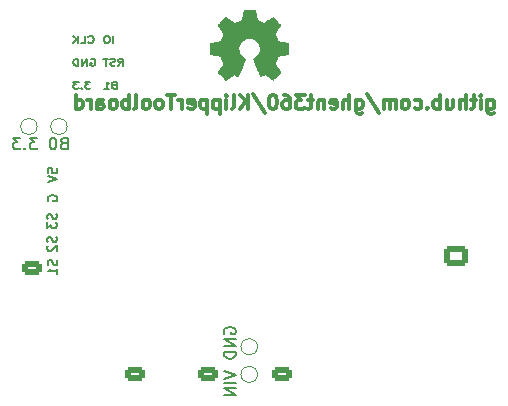
<source format=gbo>
G04 #@! TF.GenerationSoftware,KiCad,Pcbnew,5.99.0-unknown-e8102d85dc~128~ubuntu20.04.1*
G04 #@! TF.CreationDate,2021-05-23T19:45:16-07:00*
G04 #@! TF.ProjectId,Huvud,48757675-642e-46b6-9963-61645f706362,rev?*
G04 #@! TF.SameCoordinates,PXad91980PY876bf80*
G04 #@! TF.FileFunction,Legend,Bot*
G04 #@! TF.FilePolarity,Positive*
%FSLAX46Y46*%
G04 Gerber Fmt 4.6, Leading zero omitted, Abs format (unit mm)*
G04 Created by KiCad (PCBNEW 5.99.0-unknown-e8102d85dc~128~ubuntu20.04.1) date 2021-05-23 19:45:16*
%MOMM*%
%LPD*%
G01*
G04 APERTURE LIST*
G04 Aperture macros list*
%AMRoundRect*
0 Rectangle with rounded corners*
0 $1 Rounding radius*
0 $2 $3 $4 $5 $6 $7 $8 $9 X,Y pos of 4 corners*
0 Add a 4 corners polygon primitive as box body*
4,1,4,$2,$3,$4,$5,$6,$7,$8,$9,$2,$3,0*
0 Add four circle primitives for the rounded corners*
1,1,$1+$1,$2,$3*
1,1,$1+$1,$4,$5*
1,1,$1+$1,$6,$7*
1,1,$1+$1,$8,$9*
0 Add four rect primitives between the rounded corners*
20,1,$1+$1,$2,$3,$4,$5,0*
20,1,$1+$1,$4,$5,$6,$7,0*
20,1,$1+$1,$6,$7,$8,$9,0*
20,1,$1+$1,$8,$9,$2,$3,0*%
G04 Aperture macros list end*
%ADD10C,0.130000*%
%ADD11C,0.150000*%
%ADD12C,0.300000*%
%ADD13C,0.200000*%
%ADD14C,0.120000*%
%ADD15C,0.010000*%
%ADD16C,0.100000*%
%ADD17RoundRect,0.250000X0.625000X-0.350000X0.625000X0.350000X-0.625000X0.350000X-0.625000X-0.350000X0*%
%ADD18O,1.750000X1.200000*%
%ADD19C,0.800000*%
%ADD20C,6.400000*%
%ADD21C,0.500000*%
%ADD22R,1.700000X1.700000*%
%ADD23O,1.700000X1.700000*%
%ADD24R,2.100000X2.100000*%
%ADD25C,2.100000*%
%ADD26RoundRect,0.250000X0.725000X-0.600000X0.725000X0.600000X-0.725000X0.600000X-0.725000X-0.600000X0*%
%ADD27O,1.950000X1.700000*%
%ADD28C,1.000000*%
G04 APERTURE END LIST*
D10*
X6884500Y30617715D02*
X6917833Y30589143D01*
X7017833Y30560572D01*
X7084500Y30560572D01*
X7184500Y30589143D01*
X7251166Y30646286D01*
X7284500Y30703429D01*
X7317833Y30817715D01*
X7317833Y30903429D01*
X7284500Y31017715D01*
X7251166Y31074858D01*
X7184500Y31132000D01*
X7084500Y31160572D01*
X7017833Y31160572D01*
X6917833Y31132000D01*
X6884500Y31103429D01*
X6251166Y30560572D02*
X6584500Y30560572D01*
X6584500Y31160572D01*
X6017833Y30560572D02*
X6017833Y31160572D01*
X5617833Y30560572D02*
X5917833Y30903429D01*
X5617833Y31160572D02*
X6017833Y30817715D01*
X7084500Y29200000D02*
X7151166Y29228572D01*
X7251166Y29228572D01*
X7351166Y29200000D01*
X7417833Y29142858D01*
X7451166Y29085715D01*
X7484500Y28971429D01*
X7484500Y28885715D01*
X7451166Y28771429D01*
X7417833Y28714286D01*
X7351166Y28657143D01*
X7251166Y28628572D01*
X7184500Y28628572D01*
X7084500Y28657143D01*
X7051166Y28685715D01*
X7051166Y28885715D01*
X7184500Y28885715D01*
X6751166Y28628572D02*
X6751166Y29228572D01*
X6351166Y28628572D01*
X6351166Y29228572D01*
X6017833Y28628572D02*
X6017833Y29228572D01*
X5851166Y29228572D01*
X5751166Y29200000D01*
X5684500Y29142858D01*
X5651166Y29085715D01*
X5617833Y28971429D01*
X5617833Y28885715D01*
X5651166Y28771429D01*
X5684500Y28714286D01*
X5751166Y28657143D01*
X5851166Y28628572D01*
X6017833Y28628572D01*
X7051166Y27296572D02*
X6617833Y27296572D01*
X6851166Y27068000D01*
X6751166Y27068000D01*
X6684500Y27039429D01*
X6651166Y27010858D01*
X6617833Y26953715D01*
X6617833Y26810858D01*
X6651166Y26753715D01*
X6684500Y26725143D01*
X6751166Y26696572D01*
X6951166Y26696572D01*
X7017833Y26725143D01*
X7051166Y26753715D01*
X6317833Y26753715D02*
X6284500Y26725143D01*
X6317833Y26696572D01*
X6351166Y26725143D01*
X6317833Y26753715D01*
X6317833Y26696572D01*
X6051166Y27296572D02*
X5617833Y27296572D01*
X5851166Y27068000D01*
X5751166Y27068000D01*
X5684500Y27039429D01*
X5651166Y27010858D01*
X5617833Y26953715D01*
X5617833Y26810858D01*
X5651166Y26753715D01*
X5684500Y26725143D01*
X5751166Y26696572D01*
X5951166Y26696572D01*
X6017833Y26725143D01*
X6051166Y26753715D01*
X8984500Y30560572D02*
X8984500Y31160572D01*
X8517833Y31160572D02*
X8384500Y31160572D01*
X8317833Y31132000D01*
X8251166Y31074858D01*
X8217833Y30960572D01*
X8217833Y30760572D01*
X8251166Y30646286D01*
X8317833Y30589143D01*
X8384500Y30560572D01*
X8517833Y30560572D01*
X8584500Y30589143D01*
X8651166Y30646286D01*
X8684500Y30760572D01*
X8684500Y30960572D01*
X8651166Y31074858D01*
X8584500Y31132000D01*
X8517833Y31160572D01*
X9417833Y28628572D02*
X9651166Y28914286D01*
X9817833Y28628572D02*
X9817833Y29228572D01*
X9551166Y29228572D01*
X9484500Y29200000D01*
X9451166Y29171429D01*
X9417833Y29114286D01*
X9417833Y29028572D01*
X9451166Y28971429D01*
X9484500Y28942858D01*
X9551166Y28914286D01*
X9817833Y28914286D01*
X9151166Y28657143D02*
X9051166Y28628572D01*
X8884500Y28628572D01*
X8817833Y28657143D01*
X8784500Y28685715D01*
X8751166Y28742858D01*
X8751166Y28800000D01*
X8784500Y28857143D01*
X8817833Y28885715D01*
X8884500Y28914286D01*
X9017833Y28942858D01*
X9084500Y28971429D01*
X9117833Y29000000D01*
X9151166Y29057143D01*
X9151166Y29114286D01*
X9117833Y29171429D01*
X9084500Y29200000D01*
X9017833Y29228572D01*
X8851166Y29228572D01*
X8751166Y29200000D01*
X8551166Y29228572D02*
X8151166Y29228572D01*
X8351166Y28628572D02*
X8351166Y29228572D01*
X9051166Y27010858D02*
X8951166Y26982286D01*
X8917833Y26953715D01*
X8884500Y26896572D01*
X8884500Y26810858D01*
X8917833Y26753715D01*
X8951166Y26725143D01*
X9017833Y26696572D01*
X9284500Y26696572D01*
X9284500Y27296572D01*
X9051166Y27296572D01*
X8984500Y27268000D01*
X8951166Y27239429D01*
X8917833Y27182286D01*
X8917833Y27125143D01*
X8951166Y27068000D01*
X8984500Y27039429D01*
X9051166Y27010858D01*
X9284500Y27010858D01*
X8217833Y26696572D02*
X8617833Y26696572D01*
X8417833Y26696572D02*
X8417833Y27296572D01*
X8484500Y27210858D01*
X8551166Y27153715D01*
X8617833Y27125143D01*
D11*
X3461904Y19552381D02*
X3461904Y19933334D01*
X3842857Y19971429D01*
X3804761Y19933334D01*
X3766666Y19857143D01*
X3766666Y19666667D01*
X3804761Y19590477D01*
X3842857Y19552381D01*
X3919047Y19514286D01*
X4109523Y19514286D01*
X4185714Y19552381D01*
X4223809Y19590477D01*
X4261904Y19666667D01*
X4261904Y19857143D01*
X4223809Y19933334D01*
X4185714Y19971429D01*
X3461904Y19285715D02*
X4261904Y19019048D01*
X3461904Y18752381D01*
X2547619Y22547620D02*
X1928571Y22547620D01*
X2261904Y22166667D01*
X2119047Y22166667D01*
X2023809Y22119048D01*
X1976190Y22071429D01*
X1928571Y21976191D01*
X1928571Y21738096D01*
X1976190Y21642858D01*
X2023809Y21595239D01*
X2119047Y21547620D01*
X2404761Y21547620D01*
X2500000Y21595239D01*
X2547619Y21642858D01*
X1500000Y21642858D02*
X1452380Y21595239D01*
X1500000Y21547620D01*
X1547619Y21595239D01*
X1500000Y21642858D01*
X1500000Y21547620D01*
X1119047Y22547620D02*
X500000Y22547620D01*
X833333Y22166667D01*
X690476Y22166667D01*
X595238Y22119048D01*
X547619Y22071429D01*
X500000Y21976191D01*
X500000Y21738096D01*
X547619Y21642858D01*
X595238Y21595239D01*
X690476Y21547620D01*
X976190Y21547620D01*
X1071428Y21595239D01*
X1119047Y21642858D01*
X4173809Y14159524D02*
X4211904Y14045239D01*
X4211904Y13854762D01*
X4173809Y13778572D01*
X4135714Y13740477D01*
X4059523Y13702381D01*
X3983333Y13702381D01*
X3907142Y13740477D01*
X3869047Y13778572D01*
X3830952Y13854762D01*
X3792857Y14007143D01*
X3754761Y14083334D01*
X3716666Y14121429D01*
X3640476Y14159524D01*
X3564285Y14159524D01*
X3488095Y14121429D01*
X3450000Y14083334D01*
X3411904Y14007143D01*
X3411904Y13816667D01*
X3450000Y13702381D01*
X3488095Y13397620D02*
X3450000Y13359524D01*
X3411904Y13283334D01*
X3411904Y13092858D01*
X3450000Y13016667D01*
X3488095Y12978572D01*
X3564285Y12940477D01*
X3640476Y12940477D01*
X3754761Y12978572D01*
X4211904Y13435715D01*
X4211904Y12940477D01*
X4223809Y12209524D02*
X4261904Y12095239D01*
X4261904Y11904762D01*
X4223809Y11828572D01*
X4185714Y11790477D01*
X4109523Y11752381D01*
X4033333Y11752381D01*
X3957142Y11790477D01*
X3919047Y11828572D01*
X3880952Y11904762D01*
X3842857Y12057143D01*
X3804761Y12133334D01*
X3766666Y12171429D01*
X3690476Y12209524D01*
X3614285Y12209524D01*
X3538095Y12171429D01*
X3500000Y12133334D01*
X3461904Y12057143D01*
X3461904Y11866667D01*
X3500000Y11752381D01*
X4261904Y10990477D02*
X4261904Y11447620D01*
X4261904Y11219048D02*
X3461904Y11219048D01*
X3576190Y11295239D01*
X3652380Y11371429D01*
X3690476Y11447620D01*
X4173809Y16109524D02*
X4211904Y15995239D01*
X4211904Y15804762D01*
X4173809Y15728572D01*
X4135714Y15690477D01*
X4059523Y15652381D01*
X3983333Y15652381D01*
X3907142Y15690477D01*
X3869047Y15728572D01*
X3830952Y15804762D01*
X3792857Y15957143D01*
X3754761Y16033334D01*
X3716666Y16071429D01*
X3640476Y16109524D01*
X3564285Y16109524D01*
X3488095Y16071429D01*
X3450000Y16033334D01*
X3411904Y15957143D01*
X3411904Y15766667D01*
X3450000Y15652381D01*
X3411904Y15385715D02*
X3411904Y14890477D01*
X3716666Y15157143D01*
X3716666Y15042858D01*
X3754761Y14966667D01*
X3792857Y14928572D01*
X3869047Y14890477D01*
X4059523Y14890477D01*
X4135714Y14928572D01*
X4173809Y14966667D01*
X4211904Y15042858D01*
X4211904Y15271429D01*
X4173809Y15347620D01*
X4135714Y15385715D01*
D12*
X40671428Y25757143D02*
X40671428Y24785715D01*
X40728571Y24671429D01*
X40785714Y24614286D01*
X40900000Y24557143D01*
X41071428Y24557143D01*
X41185714Y24614286D01*
X40671428Y25014286D02*
X40785714Y24957143D01*
X41014285Y24957143D01*
X41128571Y25014286D01*
X41185714Y25071429D01*
X41242857Y25185715D01*
X41242857Y25528572D01*
X41185714Y25642858D01*
X41128571Y25700000D01*
X41014285Y25757143D01*
X40785714Y25757143D01*
X40671428Y25700000D01*
X40100000Y24957143D02*
X40100000Y25757143D01*
X40100000Y26157143D02*
X40157142Y26100000D01*
X40100000Y26042858D01*
X40042857Y26100000D01*
X40100000Y26157143D01*
X40100000Y26042858D01*
X39700000Y25757143D02*
X39242857Y25757143D01*
X39528571Y26157143D02*
X39528571Y25128572D01*
X39471428Y25014286D01*
X39357142Y24957143D01*
X39242857Y24957143D01*
X38842857Y24957143D02*
X38842857Y26157143D01*
X38328571Y24957143D02*
X38328571Y25585715D01*
X38385714Y25700000D01*
X38500000Y25757143D01*
X38671428Y25757143D01*
X38785714Y25700000D01*
X38842857Y25642858D01*
X37242857Y25757143D02*
X37242857Y24957143D01*
X37757142Y25757143D02*
X37757142Y25128572D01*
X37700000Y25014286D01*
X37585714Y24957143D01*
X37414285Y24957143D01*
X37300000Y25014286D01*
X37242857Y25071429D01*
X36671428Y24957143D02*
X36671428Y26157143D01*
X36671428Y25700000D02*
X36557142Y25757143D01*
X36328571Y25757143D01*
X36214285Y25700000D01*
X36157142Y25642858D01*
X36100000Y25528572D01*
X36100000Y25185715D01*
X36157142Y25071429D01*
X36214285Y25014286D01*
X36328571Y24957143D01*
X36557142Y24957143D01*
X36671428Y25014286D01*
X35585714Y25071429D02*
X35528571Y25014286D01*
X35585714Y24957143D01*
X35642857Y25014286D01*
X35585714Y25071429D01*
X35585714Y24957143D01*
X34500000Y25014286D02*
X34614285Y24957143D01*
X34842857Y24957143D01*
X34957142Y25014286D01*
X35014285Y25071429D01*
X35071428Y25185715D01*
X35071428Y25528572D01*
X35014285Y25642858D01*
X34957142Y25700000D01*
X34842857Y25757143D01*
X34614285Y25757143D01*
X34500000Y25700000D01*
X33814285Y24957143D02*
X33928571Y25014286D01*
X33985714Y25071429D01*
X34042857Y25185715D01*
X34042857Y25528572D01*
X33985714Y25642858D01*
X33928571Y25700000D01*
X33814285Y25757143D01*
X33642857Y25757143D01*
X33528571Y25700000D01*
X33471428Y25642858D01*
X33414285Y25528572D01*
X33414285Y25185715D01*
X33471428Y25071429D01*
X33528571Y25014286D01*
X33642857Y24957143D01*
X33814285Y24957143D01*
X32900000Y24957143D02*
X32900000Y25757143D01*
X32900000Y25642858D02*
X32842857Y25700000D01*
X32728571Y25757143D01*
X32557142Y25757143D01*
X32442857Y25700000D01*
X32385714Y25585715D01*
X32385714Y24957143D01*
X32385714Y25585715D02*
X32328571Y25700000D01*
X32214285Y25757143D01*
X32042857Y25757143D01*
X31928571Y25700000D01*
X31871428Y25585715D01*
X31871428Y24957143D01*
X30442857Y26214286D02*
X31471428Y24671429D01*
X29528571Y25757143D02*
X29528571Y24785715D01*
X29585714Y24671429D01*
X29642857Y24614286D01*
X29757142Y24557143D01*
X29928571Y24557143D01*
X30042857Y24614286D01*
X29528571Y25014286D02*
X29642857Y24957143D01*
X29871428Y24957143D01*
X29985714Y25014286D01*
X30042857Y25071429D01*
X30100000Y25185715D01*
X30100000Y25528572D01*
X30042857Y25642858D01*
X29985714Y25700000D01*
X29871428Y25757143D01*
X29642857Y25757143D01*
X29528571Y25700000D01*
X28957142Y24957143D02*
X28957142Y26157143D01*
X28442857Y24957143D02*
X28442857Y25585715D01*
X28500000Y25700000D01*
X28614285Y25757143D01*
X28785714Y25757143D01*
X28900000Y25700000D01*
X28957142Y25642858D01*
X27414285Y25014286D02*
X27528571Y24957143D01*
X27757142Y24957143D01*
X27871428Y25014286D01*
X27928571Y25128572D01*
X27928571Y25585715D01*
X27871428Y25700000D01*
X27757142Y25757143D01*
X27528571Y25757143D01*
X27414285Y25700000D01*
X27357142Y25585715D01*
X27357142Y25471429D01*
X27928571Y25357143D01*
X26842857Y25757143D02*
X26842857Y24957143D01*
X26842857Y25642858D02*
X26785714Y25700000D01*
X26671428Y25757143D01*
X26500000Y25757143D01*
X26385714Y25700000D01*
X26328571Y25585715D01*
X26328571Y24957143D01*
X25928571Y25757143D02*
X25471428Y25757143D01*
X25757142Y26157143D02*
X25757142Y25128572D01*
X25700000Y25014286D01*
X25585714Y24957143D01*
X25471428Y24957143D01*
X25185714Y26157143D02*
X24442857Y26157143D01*
X24842857Y25700000D01*
X24671428Y25700000D01*
X24557142Y25642858D01*
X24500000Y25585715D01*
X24442857Y25471429D01*
X24442857Y25185715D01*
X24500000Y25071429D01*
X24557142Y25014286D01*
X24671428Y24957143D01*
X25014285Y24957143D01*
X25128571Y25014286D01*
X25185714Y25071429D01*
X23414285Y26157143D02*
X23642857Y26157143D01*
X23757142Y26100000D01*
X23814285Y26042858D01*
X23928571Y25871429D01*
X23985714Y25642858D01*
X23985714Y25185715D01*
X23928571Y25071429D01*
X23871428Y25014286D01*
X23757142Y24957143D01*
X23528571Y24957143D01*
X23414285Y25014286D01*
X23357142Y25071429D01*
X23300000Y25185715D01*
X23300000Y25471429D01*
X23357142Y25585715D01*
X23414285Y25642858D01*
X23528571Y25700000D01*
X23757142Y25700000D01*
X23871428Y25642858D01*
X23928571Y25585715D01*
X23985714Y25471429D01*
X22557142Y26157143D02*
X22442857Y26157143D01*
X22328571Y26100000D01*
X22271428Y26042858D01*
X22214285Y25928572D01*
X22157142Y25700000D01*
X22157142Y25414286D01*
X22214285Y25185715D01*
X22271428Y25071429D01*
X22328571Y25014286D01*
X22442857Y24957143D01*
X22557142Y24957143D01*
X22671428Y25014286D01*
X22728571Y25071429D01*
X22785714Y25185715D01*
X22842857Y25414286D01*
X22842857Y25700000D01*
X22785714Y25928572D01*
X22728571Y26042858D01*
X22671428Y26100000D01*
X22557142Y26157143D01*
X20785714Y26214286D02*
X21814285Y24671429D01*
X20385714Y24957143D02*
X20385714Y26157143D01*
X19700000Y24957143D02*
X20214285Y25642858D01*
X19700000Y26157143D02*
X20385714Y25471429D01*
X19014285Y24957143D02*
X19128571Y25014286D01*
X19185714Y25128572D01*
X19185714Y26157143D01*
X18557142Y24957143D02*
X18557142Y25757143D01*
X18557142Y26157143D02*
X18614285Y26100000D01*
X18557142Y26042858D01*
X18500000Y26100000D01*
X18557142Y26157143D01*
X18557142Y26042858D01*
X17985714Y25757143D02*
X17985714Y24557143D01*
X17985714Y25700000D02*
X17871428Y25757143D01*
X17642857Y25757143D01*
X17528571Y25700000D01*
X17471428Y25642858D01*
X17414285Y25528572D01*
X17414285Y25185715D01*
X17471428Y25071429D01*
X17528571Y25014286D01*
X17642857Y24957143D01*
X17871428Y24957143D01*
X17985714Y25014286D01*
X16900000Y25757143D02*
X16900000Y24557143D01*
X16900000Y25700000D02*
X16785714Y25757143D01*
X16557142Y25757143D01*
X16442857Y25700000D01*
X16385714Y25642858D01*
X16328571Y25528572D01*
X16328571Y25185715D01*
X16385714Y25071429D01*
X16442857Y25014286D01*
X16557142Y24957143D01*
X16785714Y24957143D01*
X16900000Y25014286D01*
X15357142Y25014286D02*
X15471428Y24957143D01*
X15700000Y24957143D01*
X15814285Y25014286D01*
X15871428Y25128572D01*
X15871428Y25585715D01*
X15814285Y25700000D01*
X15700000Y25757143D01*
X15471428Y25757143D01*
X15357142Y25700000D01*
X15300000Y25585715D01*
X15300000Y25471429D01*
X15871428Y25357143D01*
X14785714Y24957143D02*
X14785714Y25757143D01*
X14785714Y25528572D02*
X14728571Y25642858D01*
X14671428Y25700000D01*
X14557142Y25757143D01*
X14442857Y25757143D01*
X14214285Y26157143D02*
X13528571Y26157143D01*
X13871428Y24957143D02*
X13871428Y26157143D01*
X12957142Y24957143D02*
X13071428Y25014286D01*
X13128571Y25071429D01*
X13185714Y25185715D01*
X13185714Y25528572D01*
X13128571Y25642858D01*
X13071428Y25700000D01*
X12957142Y25757143D01*
X12785714Y25757143D01*
X12671428Y25700000D01*
X12614285Y25642858D01*
X12557142Y25528572D01*
X12557142Y25185715D01*
X12614285Y25071429D01*
X12671428Y25014286D01*
X12785714Y24957143D01*
X12957142Y24957143D01*
X11871428Y24957143D02*
X11985714Y25014286D01*
X12042857Y25071429D01*
X12100000Y25185715D01*
X12100000Y25528572D01*
X12042857Y25642858D01*
X11985714Y25700000D01*
X11871428Y25757143D01*
X11700000Y25757143D01*
X11585714Y25700000D01*
X11528571Y25642858D01*
X11471428Y25528572D01*
X11471428Y25185715D01*
X11528571Y25071429D01*
X11585714Y25014286D01*
X11700000Y24957143D01*
X11871428Y24957143D01*
X10785714Y24957143D02*
X10900000Y25014286D01*
X10957142Y25128572D01*
X10957142Y26157143D01*
X10328571Y24957143D02*
X10328571Y26157143D01*
X10328571Y25700000D02*
X10214285Y25757143D01*
X9985714Y25757143D01*
X9871428Y25700000D01*
X9814285Y25642858D01*
X9757142Y25528572D01*
X9757142Y25185715D01*
X9814285Y25071429D01*
X9871428Y25014286D01*
X9985714Y24957143D01*
X10214285Y24957143D01*
X10328571Y25014286D01*
X9071428Y24957143D02*
X9185714Y25014286D01*
X9242857Y25071429D01*
X9300000Y25185715D01*
X9300000Y25528572D01*
X9242857Y25642858D01*
X9185714Y25700000D01*
X9071428Y25757143D01*
X8900000Y25757143D01*
X8785714Y25700000D01*
X8728571Y25642858D01*
X8671428Y25528572D01*
X8671428Y25185715D01*
X8728571Y25071429D01*
X8785714Y25014286D01*
X8900000Y24957143D01*
X9071428Y24957143D01*
X7642857Y24957143D02*
X7642857Y25585715D01*
X7700000Y25700000D01*
X7814285Y25757143D01*
X8042857Y25757143D01*
X8157142Y25700000D01*
X7642857Y25014286D02*
X7757142Y24957143D01*
X8042857Y24957143D01*
X8157142Y25014286D01*
X8214285Y25128572D01*
X8214285Y25242858D01*
X8157142Y25357143D01*
X8042857Y25414286D01*
X7757142Y25414286D01*
X7642857Y25471429D01*
X7071428Y24957143D02*
X7071428Y25757143D01*
X7071428Y25528572D02*
X7014285Y25642858D01*
X6957142Y25700000D01*
X6842857Y25757143D01*
X6728571Y25757143D01*
X5814285Y24957143D02*
X5814285Y26157143D01*
X5814285Y25014286D02*
X5928571Y24957143D01*
X6157142Y24957143D01*
X6271428Y25014286D01*
X6328571Y25071429D01*
X6385714Y25185715D01*
X6385714Y25528572D01*
X6328571Y25642858D01*
X6271428Y25700000D01*
X6157142Y25757143D01*
X5928571Y25757143D01*
X5814285Y25700000D01*
D11*
X3500000Y17190477D02*
X3461904Y17266667D01*
X3461904Y17380953D01*
X3500000Y17495239D01*
X3576190Y17571429D01*
X3652380Y17609524D01*
X3804761Y17647620D01*
X3919047Y17647620D01*
X4071428Y17609524D01*
X4147619Y17571429D01*
X4223809Y17495239D01*
X4261904Y17380953D01*
X4261904Y17304762D01*
X4223809Y17190477D01*
X4185714Y17152381D01*
X3919047Y17152381D01*
X3919047Y17304762D01*
X4793261Y22071429D02*
X4650404Y22023810D01*
X4602785Y21976191D01*
X4555166Y21880953D01*
X4555166Y21738096D01*
X4602785Y21642858D01*
X4650404Y21595239D01*
X4745642Y21547620D01*
X5126595Y21547620D01*
X5126595Y22547620D01*
X4793261Y22547620D01*
X4698023Y22500000D01*
X4650404Y22452381D01*
X4602785Y22357143D01*
X4602785Y22261905D01*
X4650404Y22166667D01*
X4698023Y22119048D01*
X4793261Y22071429D01*
X5126595Y22071429D01*
X3936119Y22547620D02*
X3840880Y22547620D01*
X3745642Y22500000D01*
X3698023Y22452381D01*
X3650404Y22357143D01*
X3602785Y22166667D01*
X3602785Y21928572D01*
X3650404Y21738096D01*
X3698023Y21642858D01*
X3745642Y21595239D01*
X3840880Y21547620D01*
X3936119Y21547620D01*
X4031357Y21595239D01*
X4078976Y21642858D01*
X4126595Y21738096D01*
X4174214Y21928572D01*
X4174214Y22166667D01*
X4126595Y22357143D01*
X4078976Y22452381D01*
X4031357Y22500000D01*
X3936119Y22547620D01*
D13*
X18400000Y5933334D02*
X18352380Y6028572D01*
X18352380Y6171429D01*
X18400000Y6314286D01*
X18495238Y6409524D01*
X18590476Y6457143D01*
X18780952Y6504762D01*
X18923809Y6504762D01*
X19114285Y6457143D01*
X19209523Y6409524D01*
X19304761Y6314286D01*
X19352380Y6171429D01*
X19352380Y6076191D01*
X19304761Y5933334D01*
X19257142Y5885715D01*
X18923809Y5885715D01*
X18923809Y6076191D01*
X19352380Y5457143D02*
X18352380Y5457143D01*
X19352380Y4885715D01*
X18352380Y4885715D01*
X19352380Y4409524D02*
X18352380Y4409524D01*
X18352380Y4171429D01*
X18400000Y4028572D01*
X18495238Y3933334D01*
X18590476Y3885715D01*
X18780952Y3838096D01*
X18923809Y3838096D01*
X19114285Y3885715D01*
X19209523Y3933334D01*
X19304761Y4028572D01*
X19352380Y4171429D01*
X19352380Y4409524D01*
X18352380Y2790477D02*
X19352380Y2457143D01*
X18352380Y2123810D01*
X19352380Y1790477D02*
X18352380Y1790477D01*
X19352380Y1314286D02*
X18352380Y1314286D01*
X19352380Y742858D01*
X18352380Y742858D01*
D14*
X5088500Y23484000D02*
G75*
G03*
X5088500Y23484000I-700000J0D01*
G01*
X2548500Y23484000D02*
G75*
G03*
X2548500Y23484000I-700000J0D01*
G01*
X21200000Y2500000D02*
G75*
G03*
X21200000Y2500000I-700000J0D01*
G01*
X21200000Y4840000D02*
G75*
G03*
X21200000Y4840000I-700000J0D01*
G01*
D15*
X19944186Y32931069D02*
X19860365Y32486445D01*
X19860365Y32486445D02*
X19551080Y32358947D01*
X19551080Y32358947D02*
X19241794Y32231449D01*
X19241794Y32231449D02*
X18870754Y32483754D01*
X18870754Y32483754D02*
X18766843Y32554004D01*
X18766843Y32554004D02*
X18672913Y32616728D01*
X18672913Y32616728D02*
X18593348Y32669062D01*
X18593348Y32669062D02*
X18532530Y32708143D01*
X18532530Y32708143D02*
X18494843Y32731107D01*
X18494843Y32731107D02*
X18484579Y32736058D01*
X18484579Y32736058D02*
X18466090Y32723324D01*
X18466090Y32723324D02*
X18426580Y32688118D01*
X18426580Y32688118D02*
X18370478Y32634938D01*
X18370478Y32634938D02*
X18302213Y32568282D01*
X18302213Y32568282D02*
X18226214Y32492646D01*
X18226214Y32492646D02*
X18146908Y32412528D01*
X18146908Y32412528D02*
X18068725Y32332426D01*
X18068725Y32332426D02*
X17996093Y32256836D01*
X17996093Y32256836D02*
X17933441Y32190255D01*
X17933441Y32190255D02*
X17885197Y32137182D01*
X17885197Y32137182D02*
X17855790Y32102113D01*
X17855790Y32102113D02*
X17848759Y32090377D01*
X17848759Y32090377D02*
X17858877Y32068740D01*
X17858877Y32068740D02*
X17887241Y32021338D01*
X17887241Y32021338D02*
X17930871Y31952807D01*
X17930871Y31952807D02*
X17986782Y31867785D01*
X17986782Y31867785D02*
X18051994Y31770907D01*
X18051994Y31770907D02*
X18089781Y31715650D01*
X18089781Y31715650D02*
X18158657Y31614752D01*
X18158657Y31614752D02*
X18219860Y31523701D01*
X18219860Y31523701D02*
X18270422Y31447030D01*
X18270422Y31447030D02*
X18307372Y31389272D01*
X18307372Y31389272D02*
X18327742Y31354957D01*
X18327742Y31354957D02*
X18330803Y31347746D01*
X18330803Y31347746D02*
X18323864Y31327252D01*
X18323864Y31327252D02*
X18304949Y31279487D01*
X18304949Y31279487D02*
X18276913Y31211168D01*
X18276913Y31211168D02*
X18242609Y31129011D01*
X18242609Y31129011D02*
X18204891Y31039730D01*
X18204891Y31039730D02*
X18166613Y30950042D01*
X18166613Y30950042D02*
X18130630Y30866662D01*
X18130630Y30866662D02*
X18099794Y30796306D01*
X18099794Y30796306D02*
X18076961Y30745690D01*
X18076961Y30745690D02*
X18064983Y30721529D01*
X18064983Y30721529D02*
X18064276Y30720578D01*
X18064276Y30720578D02*
X18045469Y30715964D01*
X18045469Y30715964D02*
X17995382Y30705672D01*
X17995382Y30705672D02*
X17919207Y30690713D01*
X17919207Y30690713D02*
X17822135Y30672099D01*
X17822135Y30672099D02*
X17709357Y30650841D01*
X17709357Y30650841D02*
X17643558Y30638582D01*
X17643558Y30638582D02*
X17523050Y30615638D01*
X17523050Y30615638D02*
X17414203Y30593805D01*
X17414203Y30593805D02*
X17322524Y30574278D01*
X17322524Y30574278D02*
X17253519Y30558252D01*
X17253519Y30558252D02*
X17212696Y30546921D01*
X17212696Y30546921D02*
X17204489Y30543326D01*
X17204489Y30543326D02*
X17196452Y30518994D01*
X17196452Y30518994D02*
X17189967Y30464041D01*
X17189967Y30464041D02*
X17185030Y30384892D01*
X17185030Y30384892D02*
X17181636Y30287974D01*
X17181636Y30287974D02*
X17179782Y30179713D01*
X17179782Y30179713D02*
X17179462Y30066535D01*
X17179462Y30066535D02*
X17180673Y29954865D01*
X17180673Y29954865D02*
X17183410Y29851132D01*
X17183410Y29851132D02*
X17187669Y29761759D01*
X17187669Y29761759D02*
X17193445Y29693174D01*
X17193445Y29693174D02*
X17200733Y29651803D01*
X17200733Y29651803D02*
X17205105Y29643190D01*
X17205105Y29643190D02*
X17231236Y29632867D01*
X17231236Y29632867D02*
X17286607Y29618108D01*
X17286607Y29618108D02*
X17363893Y29600648D01*
X17363893Y29600648D02*
X17455770Y29582220D01*
X17455770Y29582220D02*
X17487842Y29576259D01*
X17487842Y29576259D02*
X17642476Y29547934D01*
X17642476Y29547934D02*
X17764625Y29525124D01*
X17764625Y29525124D02*
X17858327Y29506920D01*
X17858327Y29506920D02*
X17927616Y29492417D01*
X17927616Y29492417D02*
X17976529Y29480708D01*
X17976529Y29480708D02*
X18009103Y29470885D01*
X18009103Y29470885D02*
X18029372Y29462044D01*
X18029372Y29462044D02*
X18041374Y29453276D01*
X18041374Y29453276D02*
X18043053Y29451543D01*
X18043053Y29451543D02*
X18059816Y29423629D01*
X18059816Y29423629D02*
X18085386Y29369305D01*
X18085386Y29369305D02*
X18117212Y29295223D01*
X18117212Y29295223D02*
X18152740Y29208035D01*
X18152740Y29208035D02*
X18189417Y29114392D01*
X18189417Y29114392D02*
X18224689Y29020948D01*
X18224689Y29020948D02*
X18256004Y28934353D01*
X18256004Y28934353D02*
X18280807Y28861260D01*
X18280807Y28861260D02*
X18296546Y28808322D01*
X18296546Y28808322D02*
X18300668Y28782189D01*
X18300668Y28782189D02*
X18300324Y28781274D01*
X18300324Y28781274D02*
X18286359Y28759914D01*
X18286359Y28759914D02*
X18254678Y28712916D01*
X18254678Y28712916D02*
X18208609Y28645173D01*
X18208609Y28645173D02*
X18151482Y28561577D01*
X18151482Y28561577D02*
X18086627Y28467018D01*
X18086627Y28467018D02*
X18068157Y28440146D01*
X18068157Y28440146D02*
X18002301Y28342725D01*
X18002301Y28342725D02*
X17944350Y28253837D01*
X17944350Y28253837D02*
X17897462Y28178588D01*
X17897462Y28178588D02*
X17864793Y28122080D01*
X17864793Y28122080D02*
X17849500Y28089419D01*
X17849500Y28089419D02*
X17848759Y28085407D01*
X17848759Y28085407D02*
X17861608Y28064316D01*
X17861608Y28064316D02*
X17897112Y28022536D01*
X17897112Y28022536D02*
X17950707Y27964555D01*
X17950707Y27964555D02*
X18017829Y27894865D01*
X18017829Y27894865D02*
X18093913Y27817955D01*
X18093913Y27817955D02*
X18174396Y27738317D01*
X18174396Y27738317D02*
X18254713Y27660439D01*
X18254713Y27660439D02*
X18330301Y27588814D01*
X18330301Y27588814D02*
X18396595Y27527930D01*
X18396595Y27527930D02*
X18449031Y27482279D01*
X18449031Y27482279D02*
X18483045Y27456350D01*
X18483045Y27456350D02*
X18492455Y27452117D01*
X18492455Y27452117D02*
X18514357Y27462088D01*
X18514357Y27462088D02*
X18559200Y27488980D01*
X18559200Y27488980D02*
X18619679Y27528264D01*
X18619679Y27528264D02*
X18666211Y27559883D01*
X18666211Y27559883D02*
X18750525Y27617902D01*
X18750525Y27617902D02*
X18850374Y27686216D01*
X18850374Y27686216D02*
X18950527Y27754421D01*
X18950527Y27754421D02*
X19004373Y27790925D01*
X19004373Y27790925D02*
X19186629Y27914200D01*
X19186629Y27914200D02*
X19339619Y27831480D01*
X19339619Y27831480D02*
X19409318Y27795241D01*
X19409318Y27795241D02*
X19468586Y27767074D01*
X19468586Y27767074D02*
X19508689Y27751009D01*
X19508689Y27751009D02*
X19518897Y27748774D01*
X19518897Y27748774D02*
X19531171Y27765278D01*
X19531171Y27765278D02*
X19555387Y27811918D01*
X19555387Y27811918D02*
X19589737Y27884391D01*
X19589737Y27884391D02*
X19632412Y27978394D01*
X19632412Y27978394D02*
X19681606Y28089626D01*
X19681606Y28089626D02*
X19735510Y28213785D01*
X19735510Y28213785D02*
X19792316Y28346568D01*
X19792316Y28346568D02*
X19850218Y28483673D01*
X19850218Y28483673D02*
X19907407Y28620798D01*
X19907407Y28620798D02*
X19962076Y28753642D01*
X19962076Y28753642D02*
X20012416Y28877902D01*
X20012416Y28877902D02*
X20056620Y28989275D01*
X20056620Y28989275D02*
X20092881Y29083461D01*
X20092881Y29083461D02*
X20119391Y29156156D01*
X20119391Y29156156D02*
X20134342Y29203059D01*
X20134342Y29203059D02*
X20136746Y29219167D01*
X20136746Y29219167D02*
X20117689Y29239714D01*
X20117689Y29239714D02*
X20075964Y29273067D01*
X20075964Y29273067D02*
X20020294Y29312298D01*
X20020294Y29312298D02*
X20015622Y29315401D01*
X20015622Y29315401D02*
X19871736Y29430577D01*
X19871736Y29430577D02*
X19755717Y29564947D01*
X19755717Y29564947D02*
X19668570Y29714216D01*
X19668570Y29714216D02*
X19611301Y29874087D01*
X19611301Y29874087D02*
X19584914Y30040263D01*
X19584914Y30040263D02*
X19590415Y30208448D01*
X19590415Y30208448D02*
X19628810Y30374345D01*
X19628810Y30374345D02*
X19701105Y30533658D01*
X19701105Y30533658D02*
X19722374Y30568513D01*
X19722374Y30568513D02*
X19833004Y30709263D01*
X19833004Y30709263D02*
X19963698Y30822286D01*
X19963698Y30822286D02*
X20109936Y30906997D01*
X20109936Y30906997D02*
X20267192Y30962806D01*
X20267192Y30962806D02*
X20430943Y30989126D01*
X20430943Y30989126D02*
X20596667Y30985370D01*
X20596667Y30985370D02*
X20759838Y30950950D01*
X20759838Y30950950D02*
X20915935Y30885277D01*
X20915935Y30885277D02*
X21060433Y30787765D01*
X21060433Y30787765D02*
X21105131Y30748187D01*
X21105131Y30748187D02*
X21218888Y30624297D01*
X21218888Y30624297D02*
X21301782Y30493876D01*
X21301782Y30493876D02*
X21358644Y30347685D01*
X21358644Y30347685D02*
X21390313Y30202912D01*
X21390313Y30202912D02*
X21398131Y30040140D01*
X21398131Y30040140D02*
X21372062Y29876560D01*
X21372062Y29876560D02*
X21314755Y29717702D01*
X21314755Y29717702D02*
X21228856Y29569094D01*
X21228856Y29569094D02*
X21117014Y29436265D01*
X21117014Y29436265D02*
X20981877Y29324744D01*
X20981877Y29324744D02*
X20964117Y29312989D01*
X20964117Y29312989D02*
X20907850Y29274492D01*
X20907850Y29274492D02*
X20865077Y29241137D01*
X20865077Y29241137D02*
X20844628Y29219840D01*
X20844628Y29219840D02*
X20844331Y29219167D01*
X20844331Y29219167D02*
X20848721Y29196129D01*
X20848721Y29196129D02*
X20866124Y29143843D01*
X20866124Y29143843D02*
X20894732Y29066610D01*
X20894732Y29066610D02*
X20932735Y28968732D01*
X20932735Y28968732D02*
X20978326Y28854509D01*
X20978326Y28854509D02*
X21029697Y28728242D01*
X21029697Y28728242D02*
X21085038Y28594233D01*
X21085038Y28594233D02*
X21142542Y28456782D01*
X21142542Y28456782D02*
X21200399Y28320192D01*
X21200399Y28320192D02*
X21256802Y28188763D01*
X21256802Y28188763D02*
X21309942Y28066795D01*
X21309942Y28066795D02*
X21358010Y27958591D01*
X21358010Y27958591D02*
X21399199Y27868451D01*
X21399199Y27868451D02*
X21431699Y27800677D01*
X21431699Y27800677D02*
X21453703Y27759570D01*
X21453703Y27759570D02*
X21462564Y27748774D01*
X21462564Y27748774D02*
X21489640Y27757181D01*
X21489640Y27757181D02*
X21540303Y27779728D01*
X21540303Y27779728D02*
X21605817Y27812387D01*
X21605817Y27812387D02*
X21641841Y27831480D01*
X21641841Y27831480D02*
X21794832Y27914200D01*
X21794832Y27914200D02*
X21977088Y27790925D01*
X21977088Y27790925D02*
X22070125Y27727772D01*
X22070125Y27727772D02*
X22171985Y27658273D01*
X22171985Y27658273D02*
X22267438Y27592835D01*
X22267438Y27592835D02*
X22315250Y27559883D01*
X22315250Y27559883D02*
X22382495Y27514727D01*
X22382495Y27514727D02*
X22439436Y27478943D01*
X22439436Y27478943D02*
X22478646Y27457062D01*
X22478646Y27457062D02*
X22491381Y27452437D01*
X22491381Y27452437D02*
X22509917Y27464915D01*
X22509917Y27464915D02*
X22550941Y27499748D01*
X22550941Y27499748D02*
X22610475Y27553322D01*
X22610475Y27553322D02*
X22684542Y27622017D01*
X22684542Y27622017D02*
X22769165Y27702219D01*
X22769165Y27702219D02*
X22822685Y27753714D01*
X22822685Y27753714D02*
X22916319Y27845714D01*
X22916319Y27845714D02*
X22997241Y27928001D01*
X22997241Y27928001D02*
X23062177Y27997055D01*
X23062177Y27997055D02*
X23107858Y28049356D01*
X23107858Y28049356D02*
X23131011Y28081384D01*
X23131011Y28081384D02*
X23133232Y28087884D01*
X23133232Y28087884D02*
X23122924Y28112606D01*
X23122924Y28112606D02*
X23094439Y28162595D01*
X23094439Y28162595D02*
X23050937Y28232788D01*
X23050937Y28232788D02*
X22995577Y28318125D01*
X22995577Y28318125D02*
X22931520Y28413544D01*
X22931520Y28413544D02*
X22913303Y28440146D01*
X22913303Y28440146D02*
X22846927Y28536833D01*
X22846927Y28536833D02*
X22787378Y28623883D01*
X22787378Y28623883D02*
X22737984Y28696405D01*
X22737984Y28696405D02*
X22702075Y28749507D01*
X22702075Y28749507D02*
X22682981Y28778297D01*
X22682981Y28778297D02*
X22681136Y28781274D01*
X22681136Y28781274D02*
X22683895Y28804218D01*
X22683895Y28804218D02*
X22698538Y28854664D01*
X22698538Y28854664D02*
X22722513Y28925959D01*
X22722513Y28925959D02*
X22753266Y29011453D01*
X22753266Y29011453D02*
X22788244Y29104493D01*
X22788244Y29104493D02*
X22824893Y29198426D01*
X22824893Y29198426D02*
X22860661Y29286601D01*
X22860661Y29286601D02*
X22892994Y29362366D01*
X22892994Y29362366D02*
X22919338Y29419069D01*
X22919338Y29419069D02*
X22937142Y29450057D01*
X22937142Y29450057D02*
X22938407Y29451543D01*
X22938407Y29451543D02*
X22949294Y29460399D01*
X22949294Y29460399D02*
X22967682Y29469157D01*
X22967682Y29469157D02*
X22997606Y29478723D01*
X22997606Y29478723D02*
X23043103Y29490004D01*
X23043103Y29490004D02*
X23108209Y29503907D01*
X23108209Y29503907D02*
X23196961Y29521337D01*
X23196961Y29521337D02*
X23313393Y29543202D01*
X23313393Y29543202D02*
X23461542Y29570409D01*
X23461542Y29570409D02*
X23493618Y29576259D01*
X23493618Y29576259D02*
X23588686Y29594626D01*
X23588686Y29594626D02*
X23671565Y29612595D01*
X23671565Y29612595D02*
X23734930Y29628431D01*
X23734930Y29628431D02*
X23771458Y29640400D01*
X23771458Y29640400D02*
X23776356Y29643190D01*
X23776356Y29643190D02*
X23784427Y29667928D01*
X23784427Y29667928D02*
X23790987Y29723210D01*
X23790987Y29723210D02*
X23796033Y29802611D01*
X23796033Y29802611D02*
X23799559Y29899704D01*
X23799559Y29899704D02*
X23801561Y30008062D01*
X23801561Y30008062D02*
X23802036Y30121260D01*
X23802036Y30121260D02*
X23800977Y30232872D01*
X23800977Y30232872D02*
X23798382Y30336471D01*
X23798382Y30336471D02*
X23794246Y30425632D01*
X23794246Y30425632D02*
X23788563Y30493928D01*
X23788563Y30493928D02*
X23781331Y30534934D01*
X23781331Y30534934D02*
X23776971Y30543326D01*
X23776971Y30543326D02*
X23752698Y30551792D01*
X23752698Y30551792D02*
X23697426Y30565565D01*
X23697426Y30565565D02*
X23616662Y30583450D01*
X23616662Y30583450D02*
X23515912Y30604252D01*
X23515912Y30604252D02*
X23400683Y30626777D01*
X23400683Y30626777D02*
X23337902Y30638582D01*
X23337902Y30638582D02*
X23218787Y30660849D01*
X23218787Y30660849D02*
X23112565Y30681021D01*
X23112565Y30681021D02*
X23024427Y30698085D01*
X23024427Y30698085D02*
X22959566Y30711031D01*
X22959566Y30711031D02*
X22923174Y30718845D01*
X22923174Y30718845D02*
X22917184Y30720578D01*
X22917184Y30720578D02*
X22907061Y30740110D01*
X22907061Y30740110D02*
X22885662Y30787157D01*
X22885662Y30787157D02*
X22855839Y30854997D01*
X22855839Y30854997D02*
X22820445Y30936909D01*
X22820445Y30936909D02*
X22782332Y31026172D01*
X22782332Y31026172D02*
X22744353Y31116065D01*
X22744353Y31116065D02*
X22709360Y31199865D01*
X22709360Y31199865D02*
X22680206Y31270853D01*
X22680206Y31270853D02*
X22659743Y31322306D01*
X22659743Y31322306D02*
X22650823Y31347503D01*
X22650823Y31347503D02*
X22650657Y31348604D01*
X22650657Y31348604D02*
X22660769Y31368481D01*
X22660769Y31368481D02*
X22689117Y31414223D01*
X22689117Y31414223D02*
X22732723Y31481283D01*
X22732723Y31481283D02*
X22788606Y31565116D01*
X22788606Y31565116D02*
X22853787Y31661174D01*
X22853787Y31661174D02*
X22891679Y31716350D01*
X22891679Y31716350D02*
X22960725Y31817519D01*
X22960725Y31817519D02*
X23022050Y31909370D01*
X23022050Y31909370D02*
X23072663Y31987256D01*
X23072663Y31987256D02*
X23109571Y32046531D01*
X23109571Y32046531D02*
X23129782Y32082549D01*
X23129782Y32082549D02*
X23132701Y32090623D01*
X23132701Y32090623D02*
X23120153Y32109416D01*
X23120153Y32109416D02*
X23085463Y32149543D01*
X23085463Y32149543D02*
X23033063Y32206507D01*
X23033063Y32206507D02*
X22967384Y32275815D01*
X22967384Y32275815D02*
X22892856Y32352969D01*
X22892856Y32352969D02*
X22813913Y32433475D01*
X22813913Y32433475D02*
X22734983Y32512837D01*
X22734983Y32512837D02*
X22660500Y32586560D01*
X22660500Y32586560D02*
X22594894Y32650148D01*
X22594894Y32650148D02*
X22542596Y32699106D01*
X22542596Y32699106D02*
X22508039Y32728939D01*
X22508039Y32728939D02*
X22496478Y32736058D01*
X22496478Y32736058D02*
X22477654Y32726047D01*
X22477654Y32726047D02*
X22432631Y32697922D01*
X22432631Y32697922D02*
X22365787Y32654546D01*
X22365787Y32654546D02*
X22281499Y32598782D01*
X22281499Y32598782D02*
X22184144Y32533494D01*
X22184144Y32533494D02*
X22110707Y32483754D01*
X22110707Y32483754D02*
X21739667Y32231449D01*
X21739667Y32231449D02*
X21121095Y32486445D01*
X21121095Y32486445D02*
X21037275Y32931069D01*
X21037275Y32931069D02*
X20953454Y33375693D01*
X20953454Y33375693D02*
X20028006Y33375693D01*
X20028006Y33375693D02*
X19944186Y32931069D01*
X19944186Y32931069D02*
X19944186Y32931069D01*
G36*
X21037275Y32931069D02*
G01*
X21121095Y32486445D01*
X21739667Y32231449D01*
X22110707Y32483754D01*
X22184144Y32533494D01*
X22281499Y32598782D01*
X22365787Y32654546D01*
X22432631Y32697922D01*
X22477654Y32726047D01*
X22496478Y32736058D01*
X22508039Y32728939D01*
X22542596Y32699106D01*
X22594894Y32650148D01*
X22660500Y32586560D01*
X22734983Y32512837D01*
X22813913Y32433475D01*
X22892856Y32352969D01*
X22967384Y32275815D01*
X23033063Y32206507D01*
X23085463Y32149543D01*
X23120153Y32109416D01*
X23132701Y32090623D01*
X23129782Y32082549D01*
X23109571Y32046531D01*
X23072663Y31987256D01*
X23022050Y31909370D01*
X22960725Y31817519D01*
X22891679Y31716350D01*
X22853787Y31661174D01*
X22788606Y31565116D01*
X22732723Y31481283D01*
X22689117Y31414223D01*
X22660769Y31368481D01*
X22650657Y31348604D01*
X22650823Y31347503D01*
X22659743Y31322306D01*
X22680206Y31270853D01*
X22709360Y31199865D01*
X22744353Y31116065D01*
X22782332Y31026172D01*
X22820445Y30936909D01*
X22855839Y30854997D01*
X22885662Y30787157D01*
X22907061Y30740110D01*
X22917184Y30720578D01*
X22923174Y30718845D01*
X22959566Y30711031D01*
X23024427Y30698085D01*
X23112565Y30681021D01*
X23218787Y30660849D01*
X23337902Y30638582D01*
X23400683Y30626777D01*
X23515912Y30604252D01*
X23616662Y30583450D01*
X23697426Y30565565D01*
X23752698Y30551792D01*
X23776971Y30543326D01*
X23781331Y30534934D01*
X23788563Y30493928D01*
X23794246Y30425632D01*
X23798382Y30336471D01*
X23800977Y30232872D01*
X23802036Y30121260D01*
X23801561Y30008062D01*
X23799559Y29899704D01*
X23796033Y29802611D01*
X23790987Y29723210D01*
X23784427Y29667928D01*
X23776356Y29643190D01*
X23771458Y29640400D01*
X23734930Y29628431D01*
X23671565Y29612595D01*
X23588686Y29594626D01*
X23493618Y29576259D01*
X23461542Y29570409D01*
X23313393Y29543202D01*
X23196961Y29521337D01*
X23108209Y29503907D01*
X23043103Y29490004D01*
X22997606Y29478723D01*
X22967682Y29469157D01*
X22949294Y29460399D01*
X22938407Y29451543D01*
X22937142Y29450057D01*
X22919338Y29419069D01*
X22892994Y29362366D01*
X22860661Y29286601D01*
X22824893Y29198426D01*
X22788244Y29104493D01*
X22753266Y29011453D01*
X22722513Y28925959D01*
X22698538Y28854664D01*
X22683895Y28804218D01*
X22681136Y28781274D01*
X22682981Y28778297D01*
X22702075Y28749507D01*
X22737984Y28696405D01*
X22787378Y28623883D01*
X22846927Y28536833D01*
X22913303Y28440146D01*
X22931520Y28413544D01*
X22995577Y28318125D01*
X23050937Y28232788D01*
X23094439Y28162595D01*
X23122924Y28112606D01*
X23133232Y28087884D01*
X23131011Y28081384D01*
X23107858Y28049356D01*
X23062177Y27997055D01*
X22997241Y27928001D01*
X22916319Y27845714D01*
X22822685Y27753714D01*
X22769165Y27702219D01*
X22684542Y27622017D01*
X22610475Y27553322D01*
X22550941Y27499748D01*
X22509917Y27464915D01*
X22491381Y27452437D01*
X22478646Y27457062D01*
X22439436Y27478943D01*
X22382495Y27514727D01*
X22315250Y27559883D01*
X22267438Y27592835D01*
X22171985Y27658273D01*
X22070125Y27727772D01*
X21977088Y27790925D01*
X21794832Y27914200D01*
X21641841Y27831480D01*
X21605817Y27812387D01*
X21540303Y27779728D01*
X21489640Y27757181D01*
X21462564Y27748774D01*
X21453703Y27759570D01*
X21431699Y27800677D01*
X21399199Y27868451D01*
X21358010Y27958591D01*
X21309942Y28066795D01*
X21256802Y28188763D01*
X21200399Y28320192D01*
X21142542Y28456782D01*
X21085038Y28594233D01*
X21029697Y28728242D01*
X20978326Y28854509D01*
X20932735Y28968732D01*
X20894732Y29066610D01*
X20866124Y29143843D01*
X20848721Y29196129D01*
X20844331Y29219167D01*
X20844628Y29219840D01*
X20865077Y29241137D01*
X20907850Y29274492D01*
X20964117Y29312989D01*
X20981877Y29324744D01*
X21117014Y29436265D01*
X21228856Y29569094D01*
X21314755Y29717702D01*
X21372062Y29876560D01*
X21398131Y30040140D01*
X21390313Y30202912D01*
X21358644Y30347685D01*
X21301782Y30493876D01*
X21218888Y30624297D01*
X21105131Y30748187D01*
X21060433Y30787765D01*
X20915935Y30885277D01*
X20759838Y30950950D01*
X20596667Y30985370D01*
X20430943Y30989126D01*
X20267192Y30962806D01*
X20109936Y30906997D01*
X19963698Y30822286D01*
X19833004Y30709263D01*
X19722374Y30568513D01*
X19701105Y30533658D01*
X19628810Y30374345D01*
X19590415Y30208448D01*
X19584914Y30040263D01*
X19611301Y29874087D01*
X19668570Y29714216D01*
X19755717Y29564947D01*
X19871736Y29430577D01*
X20015622Y29315401D01*
X20020294Y29312298D01*
X20075964Y29273067D01*
X20117689Y29239714D01*
X20136746Y29219167D01*
X20134342Y29203059D01*
X20119391Y29156156D01*
X20092881Y29083461D01*
X20056620Y28989275D01*
X20012416Y28877902D01*
X19962076Y28753642D01*
X19907407Y28620798D01*
X19850218Y28483673D01*
X19792316Y28346568D01*
X19735510Y28213785D01*
X19681606Y28089626D01*
X19632412Y27978394D01*
X19589737Y27884391D01*
X19555387Y27811918D01*
X19531171Y27765278D01*
X19518897Y27748774D01*
X19508689Y27751009D01*
X19468586Y27767074D01*
X19409318Y27795241D01*
X19339619Y27831480D01*
X19186629Y27914200D01*
X19004373Y27790925D01*
X18950527Y27754421D01*
X18850374Y27686216D01*
X18750525Y27617902D01*
X18666211Y27559883D01*
X18619679Y27528264D01*
X18559200Y27488980D01*
X18514357Y27462088D01*
X18492455Y27452117D01*
X18483045Y27456350D01*
X18449031Y27482279D01*
X18396595Y27527930D01*
X18330301Y27588814D01*
X18254713Y27660439D01*
X18174396Y27738317D01*
X18093913Y27817955D01*
X18017829Y27894865D01*
X17950707Y27964555D01*
X17897112Y28022536D01*
X17861608Y28064316D01*
X17848759Y28085407D01*
X17849500Y28089419D01*
X17864793Y28122080D01*
X17897462Y28178588D01*
X17944350Y28253837D01*
X18002301Y28342725D01*
X18068157Y28440146D01*
X18086627Y28467018D01*
X18151482Y28561577D01*
X18208609Y28645173D01*
X18254678Y28712916D01*
X18286359Y28759914D01*
X18300324Y28781274D01*
X18300668Y28782189D01*
X18296546Y28808322D01*
X18280807Y28861260D01*
X18256004Y28934353D01*
X18224689Y29020948D01*
X18189417Y29114392D01*
X18152740Y29208035D01*
X18117212Y29295223D01*
X18085386Y29369305D01*
X18059816Y29423629D01*
X18043053Y29451543D01*
X18041374Y29453276D01*
X18029372Y29462044D01*
X18009103Y29470885D01*
X17976529Y29480708D01*
X17927616Y29492417D01*
X17858327Y29506920D01*
X17764625Y29525124D01*
X17642476Y29547934D01*
X17487842Y29576259D01*
X17455770Y29582220D01*
X17363893Y29600648D01*
X17286607Y29618108D01*
X17231236Y29632867D01*
X17205105Y29643190D01*
X17200733Y29651803D01*
X17193445Y29693174D01*
X17187669Y29761759D01*
X17183410Y29851132D01*
X17180673Y29954865D01*
X17179462Y30066535D01*
X17179782Y30179713D01*
X17181636Y30287974D01*
X17185030Y30384892D01*
X17189967Y30464041D01*
X17196452Y30518994D01*
X17204489Y30543326D01*
X17212696Y30546921D01*
X17253519Y30558252D01*
X17322524Y30574278D01*
X17414203Y30593805D01*
X17523050Y30615638D01*
X17643558Y30638582D01*
X17709357Y30650841D01*
X17822135Y30672099D01*
X17919207Y30690713D01*
X17995382Y30705672D01*
X18045469Y30715964D01*
X18064276Y30720578D01*
X18064983Y30721529D01*
X18076961Y30745690D01*
X18099794Y30796306D01*
X18130630Y30866662D01*
X18166613Y30950042D01*
X18204891Y31039730D01*
X18242609Y31129011D01*
X18276913Y31211168D01*
X18304949Y31279487D01*
X18323864Y31327252D01*
X18330803Y31347746D01*
X18327742Y31354957D01*
X18307372Y31389272D01*
X18270422Y31447030D01*
X18219860Y31523701D01*
X18158657Y31614752D01*
X18089781Y31715650D01*
X18051994Y31770907D01*
X17986782Y31867785D01*
X17930871Y31952807D01*
X17887241Y32021338D01*
X17858877Y32068740D01*
X17848759Y32090377D01*
X17855790Y32102113D01*
X17885197Y32137182D01*
X17933441Y32190255D01*
X17996093Y32256836D01*
X18068725Y32332426D01*
X18146908Y32412528D01*
X18226214Y32492646D01*
X18302213Y32568282D01*
X18370478Y32634938D01*
X18426580Y32688118D01*
X18466090Y32723324D01*
X18484579Y32736058D01*
X18494843Y32731107D01*
X18532530Y32708143D01*
X18593348Y32669062D01*
X18672913Y32616728D01*
X18766843Y32554004D01*
X18870754Y32483754D01*
X19241794Y32231449D01*
X19551080Y32358947D01*
X19860365Y32486445D01*
X19944186Y32931069D01*
X20028006Y33375693D01*
X20953454Y33375693D01*
X21037275Y32931069D01*
G37*
X21037275Y32931069D02*
X21121095Y32486445D01*
X21739667Y32231449D01*
X22110707Y32483754D01*
X22184144Y32533494D01*
X22281499Y32598782D01*
X22365787Y32654546D01*
X22432631Y32697922D01*
X22477654Y32726047D01*
X22496478Y32736058D01*
X22508039Y32728939D01*
X22542596Y32699106D01*
X22594894Y32650148D01*
X22660500Y32586560D01*
X22734983Y32512837D01*
X22813913Y32433475D01*
X22892856Y32352969D01*
X22967384Y32275815D01*
X23033063Y32206507D01*
X23085463Y32149543D01*
X23120153Y32109416D01*
X23132701Y32090623D01*
X23129782Y32082549D01*
X23109571Y32046531D01*
X23072663Y31987256D01*
X23022050Y31909370D01*
X22960725Y31817519D01*
X22891679Y31716350D01*
X22853787Y31661174D01*
X22788606Y31565116D01*
X22732723Y31481283D01*
X22689117Y31414223D01*
X22660769Y31368481D01*
X22650657Y31348604D01*
X22650823Y31347503D01*
X22659743Y31322306D01*
X22680206Y31270853D01*
X22709360Y31199865D01*
X22744353Y31116065D01*
X22782332Y31026172D01*
X22820445Y30936909D01*
X22855839Y30854997D01*
X22885662Y30787157D01*
X22907061Y30740110D01*
X22917184Y30720578D01*
X22923174Y30718845D01*
X22959566Y30711031D01*
X23024427Y30698085D01*
X23112565Y30681021D01*
X23218787Y30660849D01*
X23337902Y30638582D01*
X23400683Y30626777D01*
X23515912Y30604252D01*
X23616662Y30583450D01*
X23697426Y30565565D01*
X23752698Y30551792D01*
X23776971Y30543326D01*
X23781331Y30534934D01*
X23788563Y30493928D01*
X23794246Y30425632D01*
X23798382Y30336471D01*
X23800977Y30232872D01*
X23802036Y30121260D01*
X23801561Y30008062D01*
X23799559Y29899704D01*
X23796033Y29802611D01*
X23790987Y29723210D01*
X23784427Y29667928D01*
X23776356Y29643190D01*
X23771458Y29640400D01*
X23734930Y29628431D01*
X23671565Y29612595D01*
X23588686Y29594626D01*
X23493618Y29576259D01*
X23461542Y29570409D01*
X23313393Y29543202D01*
X23196961Y29521337D01*
X23108209Y29503907D01*
X23043103Y29490004D01*
X22997606Y29478723D01*
X22967682Y29469157D01*
X22949294Y29460399D01*
X22938407Y29451543D01*
X22937142Y29450057D01*
X22919338Y29419069D01*
X22892994Y29362366D01*
X22860661Y29286601D01*
X22824893Y29198426D01*
X22788244Y29104493D01*
X22753266Y29011453D01*
X22722513Y28925959D01*
X22698538Y28854664D01*
X22683895Y28804218D01*
X22681136Y28781274D01*
X22682981Y28778297D01*
X22702075Y28749507D01*
X22737984Y28696405D01*
X22787378Y28623883D01*
X22846927Y28536833D01*
X22913303Y28440146D01*
X22931520Y28413544D01*
X22995577Y28318125D01*
X23050937Y28232788D01*
X23094439Y28162595D01*
X23122924Y28112606D01*
X23133232Y28087884D01*
X23131011Y28081384D01*
X23107858Y28049356D01*
X23062177Y27997055D01*
X22997241Y27928001D01*
X22916319Y27845714D01*
X22822685Y27753714D01*
X22769165Y27702219D01*
X22684542Y27622017D01*
X22610475Y27553322D01*
X22550941Y27499748D01*
X22509917Y27464915D01*
X22491381Y27452437D01*
X22478646Y27457062D01*
X22439436Y27478943D01*
X22382495Y27514727D01*
X22315250Y27559883D01*
X22267438Y27592835D01*
X22171985Y27658273D01*
X22070125Y27727772D01*
X21977088Y27790925D01*
X21794832Y27914200D01*
X21641841Y27831480D01*
X21605817Y27812387D01*
X21540303Y27779728D01*
X21489640Y27757181D01*
X21462564Y27748774D01*
X21453703Y27759570D01*
X21431699Y27800677D01*
X21399199Y27868451D01*
X21358010Y27958591D01*
X21309942Y28066795D01*
X21256802Y28188763D01*
X21200399Y28320192D01*
X21142542Y28456782D01*
X21085038Y28594233D01*
X21029697Y28728242D01*
X20978326Y28854509D01*
X20932735Y28968732D01*
X20894732Y29066610D01*
X20866124Y29143843D01*
X20848721Y29196129D01*
X20844331Y29219167D01*
X20844628Y29219840D01*
X20865077Y29241137D01*
X20907850Y29274492D01*
X20964117Y29312989D01*
X20981877Y29324744D01*
X21117014Y29436265D01*
X21228856Y29569094D01*
X21314755Y29717702D01*
X21372062Y29876560D01*
X21398131Y30040140D01*
X21390313Y30202912D01*
X21358644Y30347685D01*
X21301782Y30493876D01*
X21218888Y30624297D01*
X21105131Y30748187D01*
X21060433Y30787765D01*
X20915935Y30885277D01*
X20759838Y30950950D01*
X20596667Y30985370D01*
X20430943Y30989126D01*
X20267192Y30962806D01*
X20109936Y30906997D01*
X19963698Y30822286D01*
X19833004Y30709263D01*
X19722374Y30568513D01*
X19701105Y30533658D01*
X19628810Y30374345D01*
X19590415Y30208448D01*
X19584914Y30040263D01*
X19611301Y29874087D01*
X19668570Y29714216D01*
X19755717Y29564947D01*
X19871736Y29430577D01*
X20015622Y29315401D01*
X20020294Y29312298D01*
X20075964Y29273067D01*
X20117689Y29239714D01*
X20136746Y29219167D01*
X20134342Y29203059D01*
X20119391Y29156156D01*
X20092881Y29083461D01*
X20056620Y28989275D01*
X20012416Y28877902D01*
X19962076Y28753642D01*
X19907407Y28620798D01*
X19850218Y28483673D01*
X19792316Y28346568D01*
X19735510Y28213785D01*
X19681606Y28089626D01*
X19632412Y27978394D01*
X19589737Y27884391D01*
X19555387Y27811918D01*
X19531171Y27765278D01*
X19518897Y27748774D01*
X19508689Y27751009D01*
X19468586Y27767074D01*
X19409318Y27795241D01*
X19339619Y27831480D01*
X19186629Y27914200D01*
X19004373Y27790925D01*
X18950527Y27754421D01*
X18850374Y27686216D01*
X18750525Y27617902D01*
X18666211Y27559883D01*
X18619679Y27528264D01*
X18559200Y27488980D01*
X18514357Y27462088D01*
X18492455Y27452117D01*
X18483045Y27456350D01*
X18449031Y27482279D01*
X18396595Y27527930D01*
X18330301Y27588814D01*
X18254713Y27660439D01*
X18174396Y27738317D01*
X18093913Y27817955D01*
X18017829Y27894865D01*
X17950707Y27964555D01*
X17897112Y28022536D01*
X17861608Y28064316D01*
X17848759Y28085407D01*
X17849500Y28089419D01*
X17864793Y28122080D01*
X17897462Y28178588D01*
X17944350Y28253837D01*
X18002301Y28342725D01*
X18068157Y28440146D01*
X18086627Y28467018D01*
X18151482Y28561577D01*
X18208609Y28645173D01*
X18254678Y28712916D01*
X18286359Y28759914D01*
X18300324Y28781274D01*
X18300668Y28782189D01*
X18296546Y28808322D01*
X18280807Y28861260D01*
X18256004Y28934353D01*
X18224689Y29020948D01*
X18189417Y29114392D01*
X18152740Y29208035D01*
X18117212Y29295223D01*
X18085386Y29369305D01*
X18059816Y29423629D01*
X18043053Y29451543D01*
X18041374Y29453276D01*
X18029372Y29462044D01*
X18009103Y29470885D01*
X17976529Y29480708D01*
X17927616Y29492417D01*
X17858327Y29506920D01*
X17764625Y29525124D01*
X17642476Y29547934D01*
X17487842Y29576259D01*
X17455770Y29582220D01*
X17363893Y29600648D01*
X17286607Y29618108D01*
X17231236Y29632867D01*
X17205105Y29643190D01*
X17200733Y29651803D01*
X17193445Y29693174D01*
X17187669Y29761759D01*
X17183410Y29851132D01*
X17180673Y29954865D01*
X17179462Y30066535D01*
X17179782Y30179713D01*
X17181636Y30287974D01*
X17185030Y30384892D01*
X17189967Y30464041D01*
X17196452Y30518994D01*
X17204489Y30543326D01*
X17212696Y30546921D01*
X17253519Y30558252D01*
X17322524Y30574278D01*
X17414203Y30593805D01*
X17523050Y30615638D01*
X17643558Y30638582D01*
X17709357Y30650841D01*
X17822135Y30672099D01*
X17919207Y30690713D01*
X17995382Y30705672D01*
X18045469Y30715964D01*
X18064276Y30720578D01*
X18064983Y30721529D01*
X18076961Y30745690D01*
X18099794Y30796306D01*
X18130630Y30866662D01*
X18166613Y30950042D01*
X18204891Y31039730D01*
X18242609Y31129011D01*
X18276913Y31211168D01*
X18304949Y31279487D01*
X18323864Y31327252D01*
X18330803Y31347746D01*
X18327742Y31354957D01*
X18307372Y31389272D01*
X18270422Y31447030D01*
X18219860Y31523701D01*
X18158657Y31614752D01*
X18089781Y31715650D01*
X18051994Y31770907D01*
X17986782Y31867785D01*
X17930871Y31952807D01*
X17887241Y32021338D01*
X17858877Y32068740D01*
X17848759Y32090377D01*
X17855790Y32102113D01*
X17885197Y32137182D01*
X17933441Y32190255D01*
X17996093Y32256836D01*
X18068725Y32332426D01*
X18146908Y32412528D01*
X18226214Y32492646D01*
X18302213Y32568282D01*
X18370478Y32634938D01*
X18426580Y32688118D01*
X18466090Y32723324D01*
X18484579Y32736058D01*
X18494843Y32731107D01*
X18532530Y32708143D01*
X18593348Y32669062D01*
X18672913Y32616728D01*
X18766843Y32554004D01*
X18870754Y32483754D01*
X19241794Y32231449D01*
X19551080Y32358947D01*
X19860365Y32486445D01*
X19944186Y32931069D01*
X20028006Y33375693D01*
X20953454Y33375693D01*
X21037275Y32931069D01*
%LPC*%
D16*
X32450000Y13550000D02*
X23200000Y13550000D01*
X23200000Y13550000D02*
X23200000Y18950000D01*
X23200000Y18950000D02*
X32450000Y18950000D01*
X32450000Y18950000D02*
X32450000Y13550000D01*
G36*
X32450000Y13550000D02*
G01*
X23200000Y13550000D01*
X23200000Y18950000D01*
X32450000Y18950000D01*
X32450000Y13550000D01*
G37*
X32450000Y13550000D02*
X23200000Y13550000D01*
X23200000Y18950000D01*
X32450000Y18950000D01*
X32450000Y13550000D01*
D17*
X2100000Y11500000D03*
D18*
X2100000Y13500000D03*
X2100000Y15500000D03*
X2100000Y17500000D03*
X2100000Y19500000D03*
D17*
X23250000Y2500000D03*
D18*
X23250000Y4500000D03*
D19*
X36500000Y34100000D03*
X34802944Y38197056D03*
X36500000Y38900000D03*
X34100000Y36500000D03*
X38900000Y36500000D03*
X38197056Y38197056D03*
X34802944Y34802944D03*
D20*
X36500000Y36500000D03*
D19*
X38197056Y34802944D03*
X38197056Y3802944D03*
X36500000Y3100000D03*
X36500000Y7900000D03*
X38197056Y7197056D03*
X38900000Y5500000D03*
X34802944Y3802944D03*
X34802944Y7197056D03*
D20*
X36500000Y5500000D03*
D19*
X34100000Y5500000D03*
D17*
X10850000Y2500000D03*
D18*
X10850000Y4500000D03*
D21*
X11525400Y37030800D03*
X15525400Y37030800D03*
D19*
X3100000Y5500000D03*
X3802944Y3802944D03*
X7900000Y5500000D03*
X5500000Y7900000D03*
D20*
X5500000Y5500000D03*
D19*
X3802944Y7197056D03*
X7197056Y7197056D03*
X5500000Y3100000D03*
X7197056Y3802944D03*
D22*
X4388500Y26024000D03*
D23*
X1848500Y26024000D03*
X4388500Y28564000D03*
X1848500Y28564000D03*
X4388500Y31104000D03*
X1848500Y31104000D03*
D19*
X5500000Y38900000D03*
X7197056Y34802944D03*
X7900000Y36500000D03*
X7197056Y38197056D03*
D20*
X5500000Y36500000D03*
D19*
X3802944Y38197056D03*
X5500000Y34100000D03*
X3802944Y34802944D03*
X3100000Y36500000D03*
D17*
X17050000Y2500000D03*
D18*
X17050000Y4500000D03*
D24*
X28750000Y3750000D03*
D25*
X31290000Y3750000D03*
D26*
X38038500Y12524000D03*
D27*
X38038500Y15024000D03*
X38038500Y17524000D03*
X38038500Y20024000D03*
D24*
X30000000Y38150000D03*
D25*
X27460000Y38150000D03*
D28*
X4388500Y23484000D03*
X1848500Y23484000D03*
X20500000Y2500000D03*
X20500000Y4840000D03*
M02*

</source>
